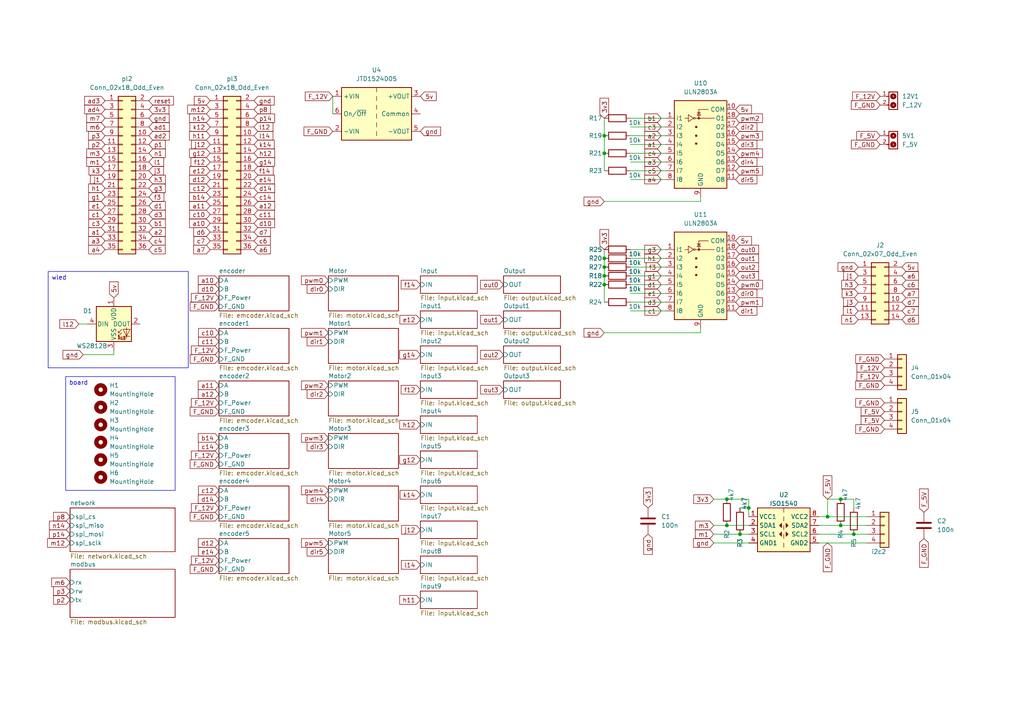
<source format=kicad_sch>
(kicad_sch (version 20250114) (generator "eeschema") (generator_version "9.0")
  (paper "A4")
  (title_block (title "RIO-Octobot") (date "2024-06-27") (rev "0.1"))
  (text_box "board" (at 19.05 109.22 0) (size 31.75 33.02) (margins 0.9525 0.9525 0.9525 0.9525) (effects (font (size 1.27 1.27)) (justify left top)))
  (text_box "wled" (at 13.97 78.74 0) (size 40.64 27.94) (margins 0.9525 0.9525 0.9525 0.9525) (effects (font (size 1.27 1.27)) (justify left top)))
  (junction (at 175.26 82.55))
  (junction (at 175.26 77.47))
  (junction (at 214.63 154.94))
  (junction (at 217.17 147.32))
  (junction (at 175.26 80.01))
  (junction (at 243.84 144.78))
  (junction (at 175.26 74.93))
  (junction (at 210.82 144.78))
  (junction (at 175.26 44.45))
  (junction (at 210.82 152.4))
  (junction (at 240.03 149.86))
  (junction (at 247.65 154.94))
  (junction (at 175.26 39.37))
  (junction (at 243.84 152.4))
  (wire (pts (xy 33.02 102.87) (xy 33.02 101.6)))
  (wire (pts (xy 182.88 77.47) (xy 193.04 77.47)))
  (wire (pts (xy 182.88 34.29) (xy 193.04 34.29)))
  (wire (pts (xy 175.26 58.42) (xy 203.2 58.42)))
  (wire (pts (xy 247.65 147.32) (xy 247.65 144.78)))
  (wire (pts (xy 240.03 149.86) (xy 237.49 149.86)))
  (wire (pts (xy 214.63 154.94) (xy 217.17 154.94)))
  (wire (pts (xy 175.26 74.93) (xy 175.26 77.47)))
  (wire (pts (xy 175.26 82.55) (xy 175.26 87.63)))
  (wire (pts (xy 182.88 52.07) (xy 193.04 52.07)))
  (wire (pts (xy 251.46 157.48) (xy 237.49 157.48)))
  (wire (pts (xy 251.46 154.94) (xy 247.65 154.94)))
  (wire (pts (xy 182.88 41.91) (xy 193.04 41.91)))
  (wire (pts (xy 182.88 82.55) (xy 193.04 82.55)))
  (wire (pts (xy 182.88 80.01) (xy 193.04 80.01)))
  (wire (pts (xy 217.17 144.78) (xy 217.17 147.32)))
  (wire (pts (xy 175.26 39.37) (xy 175.26 44.45)))
  (wire (pts (xy 25.4 93.98) (xy 22.86 93.98)))
  (wire (pts (xy 207.01 144.78) (xy 210.82 144.78)))
  (wire (pts (xy 175.26 72.39) (xy 175.26 74.93)))
  (wire (pts (xy 175.26 34.29) (xy 175.26 39.37)))
  (wire (pts (xy 251.46 152.4) (xy 243.84 152.4)))
  (wire (pts (xy 182.88 85.09) (xy 193.04 85.09)))
  (wire (pts (xy 207.01 154.94) (xy 214.63 154.94)))
  (wire (pts (xy 175.26 80.01) (xy 175.26 82.55)))
  (wire (pts (xy 96.52 27.94) (xy 96.52 33.02)))
  (wire (pts (xy 243.84 152.4) (xy 237.49 152.4)))
  (wire (pts (xy 207.01 152.4) (xy 210.82 152.4)))
  (wire (pts (xy 210.82 152.4) (xy 217.17 152.4)))
  (wire (pts (xy 24.13 102.87) (xy 33.02 102.87)))
  (wire (pts (xy 203.2 58.42) (xy 203.2 57.15)))
  (wire (pts (xy 210.82 144.78) (xy 217.17 144.78)))
  (wire (pts (xy 182.88 74.93) (xy 193.04 74.93)))
  (wire (pts (xy 214.63 147.32) (xy 217.17 147.32)))
  (wire (pts (xy 240.03 144.78) (xy 240.03 149.86)))
  (wire (pts (xy 182.88 44.45) (xy 193.04 44.45)))
  (wire (pts (xy 182.88 90.17) (xy 193.04 90.17)))
  (wire (pts (xy 175.26 96.52) (xy 203.2 96.52)))
  (wire (pts (xy 182.88 36.83) (xy 193.04 36.83)))
  (wire (pts (xy 182.88 72.39) (xy 193.04 72.39)))
  (wire (pts (xy 207.01 157.48) (xy 217.17 157.48)))
  (wire (pts (xy 175.26 77.47) (xy 175.26 80.01)))
  (wire (pts (xy 182.88 46.99) (xy 193.04 46.99)))
  (wire (pts (xy 243.84 144.78) (xy 247.65 144.78)))
  (wire (pts (xy 247.65 154.94) (xy 237.49 154.94)))
  (wire (pts (xy 251.46 149.86) (xy 240.03 149.86)))
  (wire (pts (xy 217.17 147.32) (xy 217.17 149.86)))
  (wire (pts (xy 182.88 49.53) (xy 193.04 49.53)))
  (wire (pts (xy 203.2 96.52) (xy 203.2 95.25)))
  (wire (pts (xy 175.26 44.45) (xy 175.26 49.53)))
  (wire (pts (xy 182.88 87.63) (xy 193.04 87.63)))
  (wire (pts (xy 243.84 144.78) (xy 240.03 144.78)))
  (wire (pts (xy 182.88 39.37) (xy 193.04 39.37)))
  (global_label "g3" (shape input) (at 43.18 54.61 0) (property "Intersheetrefs" "${INTERSHEET_REFS}" (effects (hide yes))))
  (global_label "ad1" (shape input) (at 332.74 85.09 180) (property "Intersheetrefs" "${INTERSHEET_REFS}" (effects (hide yes))))
  (global_label "F_5V" (shape input) (at 256.54 121.92 180) (property "Intersheetrefs" "${INTERSHEET_REFS}" (effects (hide yes))))
  (global_label "h11" (shape input) (at 60.96 39.37 180) (property "Intersheetrefs" "${INTERSHEET_REFS}" (effects (hide yes))))
  (global_label "n14" (shape input) (at 20.32 152.4 180) (property "Intersheetrefs" "${INTERSHEET_REFS}" (effects (hide yes))))
  (global_label "F_12V" (shape input) (at 63.5 147.32 180) (property "Intersheetrefs" "${INTERSHEET_REFS}" (effects (hide yes))))
  (global_label "c6" (shape input) (at 73.66 69.85 0) (property "Intersheetrefs" "${INTERSHEET_REFS}" (effects (hide yes))))
  (global_label "F_12V" (shape input) (at 63.5 86.36 180) (property "Intersheetrefs" "${INTERSHEET_REFS}" (effects (hide yes))))
  (global_label "g12" (shape input) (at 60.96 44.45 180) (property "Intersheetrefs" "${INTERSHEET_REFS}" (effects (hide yes))))
  (global_label "p1" (shape input) (at 43.18 41.91 0) (property "Intersheetrefs" "${INTERSHEET_REFS}" (effects (hide yes))))
  (global_label "d14" (shape input) (at 73.66 54.61 0) (property "Intersheetrefs" "${INTERSHEET_REFS}" (effects (hide yes))))
  (global_label "c12" (shape input) (at 60.96 54.61 180) (property "Intersheetrefs" "${INTERSHEET_REFS}" (effects (hide yes))))
  (global_label "m3" (shape input) (at 207.01 152.4 180) (property "Intersheetrefs" "${INTERSHEET_REFS}" (effects (hide yes))))
  (global_label "f14" (shape input) (at 121.92 82.55 180) (property "Intersheetrefs" "${INTERSHEET_REFS}" (effects (hide yes))))
  (global_label "dir1" (shape input) (at 95.25 99.06 180) (property "Intersheetrefs" "${INTERSHEET_REFS}" (effects (hide yes))))
  (global_label "m6" (shape input) (at 20.32 168.91 180) (property "Intersheetrefs" "${INTERSHEET_REFS}" (effects (hide yes))))
  (global_label "F_GND" (shape input) (at 256.54 104.14 180) (property "Intersheetrefs" "${INTERSHEET_REFS}" (effects (hide yes))))
  (global_label "a1" (shape input) (at 30.48 67.31 180) (property "Intersheetrefs" "${INTERSHEET_REFS}" (effects (hide yes))))
  (global_label "F_12V" (shape input) (at 63.5 132.08 180) (property "Intersheetrefs" "${INTERSHEET_REFS}" (effects (hide yes))))
  (global_label "p1" (shape input) (at 322.58 93.98 180) (property "Intersheetrefs" "${INTERSHEET_REFS}" (effects (hide yes))))
  (global_label "a11" (shape input) (at 60.96 59.69 180) (property "Intersheetrefs" "${INTERSHEET_REFS}" (effects (hide yes))))
  (global_label "e12" (shape input) (at 121.92 92.71 180) (property "Intersheetrefs" "${INTERSHEET_REFS}" (effects (hide yes))))
  (global_label "k14" (shape input) (at 73.66 41.91 0) (property "Intersheetrefs" "${INTERSHEET_REFS}" (effects (hide yes))))
  (global_label "d3" (shape input) (at 43.18 62.23 0) (property "Intersheetrefs" "${INTERSHEET_REFS}" (effects (hide yes))))
  (global_label "F_5V" (shape input) (at 267.97 148.59 90) (property "Intersheetrefs" "${INTERSHEET_REFS}" (effects (hide yes))))
  (global_label "d1" (shape input) (at 191.77 82.55 180) (property "Intersheetrefs" "${INTERSHEET_REFS}" (effects (hide yes))))
  (global_label "f12" (shape input) (at 121.92 113.03 180) (property "Intersheetrefs" "${INTERSHEET_REFS}" (effects (hide yes))))
  (global_label "a10" (shape input) (at 60.96 64.77 180) (property "Intersheetrefs" "${INTERSHEET_REFS}" (effects (hide yes))))
  (global_label "F_GND" (shape input) (at 63.5 149.86 180) (property "Intersheetrefs" "${INTERSHEET_REFS}" (effects (hide yes))))
  (global_label "dir5" (shape input) (at 213.36 52.07 0) (property "Intersheetrefs" "${INTERSHEET_REFS}" (effects (hide yes))))
  (global_label "F_12V" (shape input) (at 63.5 101.6 180) (property "Intersheetrefs" "${INTERSHEET_REFS}" (effects (hide yes))))
  (global_label "5v" (shape input) (at 33.02 86.36 90) (property "Intersheetrefs" "${INTERSHEET_REFS}" (effects (hide yes))))
  (global_label "m1" (shape input) (at 207.01 154.94 180) (property "Intersheetrefs" "${INTERSHEET_REFS}" (effects (hide yes))))
  (global_label "c6" (shape input) (at 261.62 82.55 0) (property "Intersheetrefs" "${INTERSHEET_REFS}" (effects (hide yes))))
  (global_label "k14" (shape input) (at 121.92 143.51 180) (property "Intersheetrefs" "${INTERSHEET_REFS}" (effects (hide yes))))
  (global_label "j1" (shape input) (at 30.48 52.07 180) (property "Intersheetrefs" "${INTERSHEET_REFS}" (effects (hide yes))))
  (global_label "F_GND" (shape input) (at 96.52 38.1 180) (property "Intersheetrefs" "${INTERSHEET_REFS}" (effects (hide yes))))
  (global_label "a11" (shape input) (at 63.5 111.76 180) (property "Intersheetrefs" "${INTERSHEET_REFS}" (effects (hide yes))))
  (global_label "dir5" (shape input) (at 95.25 160.02 180) (property "Intersheetrefs" "${INTERSHEET_REFS}" (effects (hide yes))))
  (global_label "j3" (shape input) (at 248.92 87.63 180) (property "Intersheetrefs" "${INTERSHEET_REFS}" (effects (hide yes))))
  (global_label "c11" (shape input) (at 73.66 62.23 0) (property "Intersheetrefs" "${INTERSHEET_REFS}" (effects (hide yes))))
  (global_label "b14" (shape input) (at 60.96 57.15 180) (property "Intersheetrefs" "${INTERSHEET_REFS}" (effects (hide yes))))
  (global_label "e1" (shape input) (at 30.48 59.69 180) (property "Intersheetrefs" "${INTERSHEET_REFS}" (effects (hide yes))))
  (global_label "j12" (shape input) (at 60.96 41.91 180) (property "Intersheetrefs" "${INTERSHEET_REFS}" (effects (hide yes))))
  (global_label "pwm1" (shape input) (at 213.36 87.63 0) (property "Intersheetrefs" "${INTERSHEET_REFS}" (effects (hide yes))))
  (global_label "c1" (shape input) (at 191.77 90.17 180) (property "Intersheetrefs" "${INTERSHEET_REFS}" (effects (hide yes))))
  (global_label "ad3" (shape input) (at 320.04 77.47 180) (property "Intersheetrefs" "${INTERSHEET_REFS}" (effects (hide yes))))
  (global_label "dir2" (shape input) (at 95.25 114.3 180) (property "Intersheetrefs" "${INTERSHEET_REFS}" (effects (hide yes))))
  (global_label "e14" (shape input) (at 63.5 160.02 180) (property "Intersheetrefs" "${INTERSHEET_REFS}" (effects (hide yes))))
  (global_label "d10" (shape input) (at 73.66 64.77 0) (property "Intersheetrefs" "${INTERSHEET_REFS}" (effects (hide yes))))
  (global_label "dir2" (shape input) (at 213.36 36.83 0) (property "Intersheetrefs" "${INTERSHEET_REFS}" (effects (hide yes))))
  (global_label "c7" (shape input) (at 261.62 90.17 0) (property "Intersheetrefs" "${INTERSHEET_REFS}" (effects (hide yes))))
  (global_label "out3" (shape input) (at 146.05 113.03 180) (property "Intersheetrefs" "${INTERSHEET_REFS}" (effects (hide yes))))
  (global_label "c7" (shape input) (at 60.96 69.85 180) (property "Intersheetrefs" "${INTERSHEET_REFS}" (effects (hide yes))))
  (global_label "c5" (shape input) (at 191.77 49.53 180) (property "Intersheetrefs" "${INTERSHEET_REFS}" (effects (hide yes))))
  (global_label "F_5V" (shape input) (at 256.54 119.38 180) (property "Intersheetrefs" "${INTERSHEET_REFS}" (effects (hide yes))))
  (global_label "b1" (shape input) (at 43.18 64.77 0) (property "Intersheetrefs" "${INTERSHEET_REFS}" (effects (hide yes))))
  (global_label "l1" (shape input) (at 248.92 90.17 180) (property "Intersheetrefs" "${INTERSHEET_REFS}" (effects (hide yes))))
  (global_label "f3" (shape input) (at 43.18 57.15 0) (property "Intersheetrefs" "${INTERSHEET_REFS}" (effects (hide yes))))
  (global_label "dir4" (shape input) (at 95.25 144.78 180) (property "Intersheetrefs" "${INTERSHEET_REFS}" (effects (hide yes))))
  (global_label "5v" (shape input) (at 121.92 27.94 0) (property "Intersheetrefs" "${INTERSHEET_REFS}" (effects (hide yes))))
  (global_label "k3" (shape input) (at 30.48 49.53 180) (property "Intersheetrefs" "${INTERSHEET_REFS}" (effects (hide yes))))
  (global_label "F_GND" (shape input) (at 63.5 88.9 180) (property "Intersheetrefs" "${INTERSHEET_REFS}" (effects (hide yes))))
  (global_label "h12" (shape input) (at 121.92 123.19 180) (property "Intersheetrefs" "${INTERSHEET_REFS}" (effects (hide yes))))
  (global_label "m7" (shape input) (at 30.48 34.29 180) (property "Intersheetrefs" "${INTERSHEET_REFS}" (effects (hide yes))))
  (global_label "5v" (shape input) (at 336.55 59.69 180) (property "Intersheetrefs" "${INTERSHEET_REFS}" (effects (hide yes))))
  (global_label "5v" (shape input) (at 213.36 69.85 0) (property "Intersheetrefs" "${INTERSHEET_REFS}" (effects (hide yes))))
  (global_label "c11" (shape input) (at 63.5 99.06 180) (property "Intersheetrefs" "${INTERSHEET_REFS}" (effects (hide yes))))
  (global_label "l12" (shape input) (at 22.86 93.98 180) (property "Intersheetrefs" "${INTERSHEET_REFS}" (effects (hide yes))))
  (global_label "gnd" (shape input) (at 248.92 77.47 180) (property "Intersheetrefs" "${INTERSHEET_REFS}" (effects (hide yes))))
  (global_label "b1" (shape input) (at 191.77 34.29 180) (property "Intersheetrefs" "${INTERSHEET_REFS}" (effects (hide yes))))
  (global_label "k12" (shape input) (at 322.58 91.44 180) (property "Intersheetrefs" "${INTERSHEET_REFS}" (effects (hide yes))))
  (global_label "pwm5" (shape input) (at 213.36 49.53 0) (property "Intersheetrefs" "${INTERSHEET_REFS}" (effects (hide yes))))
  (global_label "pwm4" (shape input) (at 95.25 142.24 180) (property "Intersheetrefs" "${INTERSHEET_REFS}" (effects (hide yes))))
  (global_label "c12" (shape input) (at 63.5 142.24 180) (property "Intersheetrefs" "${INTERSHEET_REFS}" (effects (hide yes))))
  (global_label "c5" (shape input) (at 43.18 72.39 0) (property "Intersheetrefs" "${INTERSHEET_REFS}" (effects (hide yes))))
  (global_label "a12" (shape input) (at 63.5 114.3 180) (property "Intersheetrefs" "${INTERSHEET_REFS}" (effects (hide yes))))
  (global_label "ad4" (shape input) (at 30.48 31.75 180) (property "Intersheetrefs" "${INTERSHEET_REFS}" (effects (hide yes))))
  (global_label "p14" (shape input) (at 73.66 34.29 0) (property "Intersheetrefs" "${INTERSHEET_REFS}" (effects (hide yes))))
  (global_label "a10" (shape input) (at 63.5 81.28 180) (property "Intersheetrefs" "${INTERSHEET_REFS}" (effects (hide yes))))
  (global_label "k3" (shape input) (at 248.92 85.09 180) (property "Intersheetrefs" "${INTERSHEET_REFS}" (effects (hide yes))))
  (global_label "gnd" (shape input) (at 73.66 29.21 0) (property "Intersheetrefs" "${INTERSHEET_REFS}" (effects (hide yes))))
  (global_label "F_GND" (shape input) (at 256.54 124.46 180) (property "Intersheetrefs" "${INTERSHEET_REFS}" (effects (hide yes))))
  (global_label "p8" (shape input) (at 73.66 31.75 0) (property "Intersheetrefs" "${INTERSHEET_REFS}" (effects (hide yes))))
  (global_label "m12" (shape input) (at 20.32 157.48 180) (property "Intersheetrefs" "${INTERSHEET_REFS}" (effects (hide yes))))
  (global_label "F_5V" (shape input) (at 255.27 39.37 180) (property "Intersheetrefs" "${INTERSHEET_REFS}" (effects (hide yes))))
  (global_label "F_GND" (shape input) (at 63.5 165.1 180) (property "Intersheetrefs" "${INTERSHEET_REFS}" (effects (hide yes))))
  (global_label "a3" (shape input) (at 191.77 46.99 180) (property "Intersheetrefs" "${INTERSHEET_REFS}" (effects (hide yes))))
  (global_label "out3" (shape input) (at 213.36 80.01 0) (property "Intersheetrefs" "${INTERSHEET_REFS}" (effects (hide yes))))
  (global_label "d6" (shape input) (at 60.96 67.31 180) (property "Intersheetrefs" "${INTERSHEET_REFS}" (effects (hide yes))))
  (global_label "g14" (shape input) (at 73.66 46.99 0) (property "Intersheetrefs" "${INTERSHEET_REFS}" (effects (hide yes))))
  (global_label "j3" (shape input) (at 43.18 49.53 0) (property "Intersheetrefs" "${INTERSHEET_REFS}" (effects (hide yes))))
  (global_label "p2" (shape input) (at 30.48 41.91 180) (property "Intersheetrefs" "${INTERSHEET_REFS}" (effects (hide yes))))
  (global_label "reset" (shape input) (at 332.74 77.47 180) (property "Intersheetrefs" "${INTERSHEET_REFS}" (effects (hide yes))))
  (global_label "pwm2" (shape input) (at 213.36 34.29 0) (property "Intersheetrefs" "${INTERSHEET_REFS}" (effects (hide yes))))
  (global_label "ad2" (shape input) (at 43.18 39.37 0) (property "Intersheetrefs" "${INTERSHEET_REFS}" (effects (hide yes))))
  (global_label "d6" (shape input) (at 261.62 92.71 0) (property "Intersheetrefs" "${INTERSHEET_REFS}" (effects (hide yes))))
  (global_label "g12" (shape input) (at 121.92 133.35 180) (property "Intersheetrefs" "${INTERSHEET_REFS}" (effects (hide yes))))
  (global_label "p3" (shape input) (at 30.48 39.37 180) (property "Intersheetrefs" "${INTERSHEET_REFS}" (effects (hide yes))))
  (global_label "d3" (shape input) (at 191.77 87.63 180) (property "Intersheetrefs" "${INTERSHEET_REFS}" (effects (hide yes))))
  (global_label "k12" (shape input) (at 60.96 36.83 180) (property "Intersheetrefs" "${INTERSHEET_REFS}" (effects (hide yes))))
  (global_label "F_12V" (shape input) (at 63.5 162.56 180) (property "Intersheetrefs" "${INTERSHEET_REFS}" (effects (hide yes))))
  (global_label "3v3" (shape input) (at 43.18 31.75 0) (property "Intersheetrefs" "${INTERSHEET_REFS}" (effects (hide yes))))
  (global_label "b14" (shape input) (at 63.5 127 180) (property "Intersheetrefs" "${INTERSHEET_REFS}" (effects (hide yes))))
  (global_label "F_12V" (shape input) (at 256.54 109.22 180) (property "Intersheetrefs" "${INTERSHEET_REFS}" (effects (hide yes))))
  (global_label "ad2" (shape input) (at 332.74 87.63 180) (property "Intersheetrefs" "${INTERSHEET_REFS}" (effects (hide yes))))
  (global_label "h11" (shape input) (at 121.92 173.99 180) (property "Intersheetrefs" "${INTERSHEET_REFS}" (effects (hide yes))))
  (global_label "p3" (shape input) (at 20.32 171.45 180) (property "Intersheetrefs" "${INTERSHEET_REFS}" (effects (hide yes))))
  (global_label "pwm0" (shape input) (at 213.36 82.55 0) (property "Intersheetrefs" "${INTERSHEET_REFS}" (effects (hide yes))))
  (global_label "F_GND" (shape input) (at 256.54 111.76 180) (property "Intersheetrefs" "${INTERSHEET_REFS}" (effects (hide yes))))
  (global_label "3v3" (shape input) (at 175.26 72.39 90) (property "Intersheetrefs" "${INTERSHEET_REFS}" (effects (hide yes))))
  (global_label "a7" (shape input) (at 261.62 85.09 0) (property "Intersheetrefs" "${INTERSHEET_REFS}" (effects (hide yes))))
  (global_label "dir0" (shape input) (at 213.36 85.09 0) (property "Intersheetrefs" "${INTERSHEET_REFS}" (effects (hide yes))))
  (global_label "gnd" (shape input) (at 187.96 154.94 270) (property "Intersheetrefs" "${INTERSHEET_REFS}" (effects (hide yes))))
  (global_label "gnd" (shape input) (at 24.13 102.87 180) (property "Intersheetrefs" "${INTERSHEET_REFS}" (effects (hide yes))))
  (global_label "l12" (shape input) (at 73.66 36.83 0) (property "Intersheetrefs" "${INTERSHEET_REFS}" (effects (hide yes))))
  (global_label "h12" (shape input) (at 73.66 44.45 0) (property "Intersheetrefs" "${INTERSHEET_REFS}" (effects (hide yes))))
  (global_label "g3" (shape input) (at 191.77 72.39 180) (property "Intersheetrefs" "${INTERSHEET_REFS}" (effects (hide yes))))
  (global_label "p14" (shape input) (at 20.32 154.94 180) (property "Intersheetrefs" "${INTERSHEET_REFS}" (effects (hide yes))))
  (global_label "out1" (shape input) (at 146.05 92.71 180) (property "Intersheetrefs" "${INTERSHEET_REFS}" (effects (hide yes))))
  (global_label "m3" (shape input) (at 30.48 44.45 180) (property "Intersheetrefs" "${INTERSHEET_REFS}" (effects (hide yes))))
  (global_label "F_GND" (shape input) (at 256.54 116.84 180) (property "Intersheetrefs" "${INTERSHEET_REFS}" (effects (hide yes))))
  (global_label "a2" (shape input) (at 191.77 39.37 180) (property "Intersheetrefs" "${INTERSHEET_REFS}" (effects (hide yes))))
  (global_label "h1" (shape input) (at 30.48 54.61 180) (property "Intersheetrefs" "${INTERSHEET_REFS}" (effects (hide yes))))
  (global_label "gnd" (shape input) (at 207.01 157.48 180) (property "Intersheetrefs" "${INTERSHEET_REFS}" (effects (hide yes))))
  (global_label "n1" (shape input) (at 248.92 92.71 180) (property "Intersheetrefs" "${INTERSHEET_REFS}" (effects (hide yes))))
  (global_label "gnd" (shape input) (at 43.18 34.29 0) (property "Intersheetrefs" "${INTERSHEET_REFS}" (effects (hide yes))))
  (global_label "a7" (shape input) (at 60.96 72.39 180) (property "Intersheetrefs" "${INTERSHEET_REFS}" (effects (hide yes))))
  (global_label "pwm3" (shape input) (at 95.25 127 180) (property "Intersheetrefs" "${INTERSHEET_REFS}" (effects (hide yes))))
  (global_label "out0" (shape input) (at 146.05 82.55 180) (property "Intersheetrefs" "${INTERSHEET_REFS}" (effects (hide yes))))
  (global_label "F_12V" (shape input) (at 256.54 106.68 180) (property "Intersheetrefs" "${INTERSHEET_REFS}" (effects (hide yes))))
  (global_label "F_12V" (shape input) (at 63.5 116.84 180) (property "Intersheetrefs" "${INTERSHEET_REFS}" (effects (hide yes))))
  (global_label "h1" (shape input) (at 191.77 74.93 180) (property "Intersheetrefs" "${INTERSHEET_REFS}" (effects (hide yes))))
  (global_label "out0" (shape input) (at 213.36 72.39 0) (property "Intersheetrefs" "${INTERSHEET_REFS}" (effects (hide yes))))
  (global_label "p8" (shape input) (at 20.32 149.86 180) (property "Intersheetrefs" "${INTERSHEET_REFS}" (effects (hide yes))))
  (global_label "m12" (shape input) (at 60.96 31.75 180) (property "Intersheetrefs" "${INTERSHEET_REFS}" (effects (hide yes))))
  (global_label "c3" (shape input) (at 30.48 64.77 180) (property "Intersheetrefs" "${INTERSHEET_REFS}" (effects (hide yes))))
  (global_label "n1" (shape input) (at 43.18 44.45 0) (property "Intersheetrefs" "${INTERSHEET_REFS}" (effects (hide yes))))
  (global_label "F_5V" (shape input) (at 240.03 144.78 90) (property "Intersheetrefs" "${INTERSHEET_REFS}" (effects (hide yes))))
  (global_label "ad1" (shape input) (at 43.18 36.83 0) (property "Intersheetrefs" "${INTERSHEET_REFS}" (effects (hide yes))))
  (global_label "F_GND" (shape input) (at 63.5 119.38 180) (property "Intersheetrefs" "${INTERSHEET_REFS}" (effects (hide yes))))
  (global_label "5v" (shape input) (at 60.96 29.21 180) (property "Intersheetrefs" "${INTERSHEET_REFS}" (effects (hide yes))))
  (global_label "d12" (shape input) (at 60.96 52.07 180) (property "Intersheetrefs" "${INTERSHEET_REFS}" (effects (hide yes))))
  (global_label "3v3" (shape input) (at 175.26 34.29 90) (property "Intersheetrefs" "${INTERSHEET_REFS}" (effects (hide yes))))
  (global_label "dir0" (shape input) (at 95.25 83.82 180) (property "Intersheetrefs" "${INTERSHEET_REFS}" (effects (hide yes))))
  (global_label "l14" (shape input) (at 73.66 39.37 0) (property "Intersheetrefs" "${INTERSHEET_REFS}" (effects (hide yes))))
  (global_label "out1" (shape input) (at 213.36 74.93 0) (property "Intersheetrefs" "${INTERSHEET_REFS}" (effects (hide yes))))
  (global_label "c4" (shape input) (at 43.18 69.85 0) (property "Intersheetrefs" "${INTERSHEET_REFS}" (effects (hide yes))))
  (global_label "out2" (shape input) (at 146.05 102.87 180) (property "Intersheetrefs" "${INTERSHEET_REFS}" (effects (hide yes))))
  (global_label "l1" (shape input) (at 43.18 46.99 0) (property "Intersheetrefs" "${INTERSHEET_REFS}" (effects (hide yes))))
  (global_label "a6" (shape input) (at 73.66 72.39 0) (property "Intersheetrefs" "${INTERSHEET_REFS}" (effects (hide yes))))
  (global_label "5v" (shape input) (at 213.36 31.75 0) (property "Intersheetrefs" "${INTERSHEET_REFS}" (effects (hide yes))))
  (global_label "pwm5" (shape input) (at 95.25 157.48 180) (property "Intersheetrefs" "${INTERSHEET_REFS}" (effects (hide yes))))
  (global_label "F_GND" (shape input) (at 267.97 156.21 270) (property "Intersheetrefs" "${INTERSHEET_REFS}" (effects (hide yes))))
  (global_label "dir3" (shape input) (at 213.36 41.91 0) (property "Intersheetrefs" "${INTERSHEET_REFS}" (effects (hide yes))))
  (global_label "d12" (shape input) (at 63.5 157.48 180) (property "Intersheetrefs" "${INTERSHEET_REFS}" (effects (hide yes))))
  (global_label "c14" (shape input) (at 63.5 129.54 180) (property "Intersheetrefs" "${INTERSHEET_REFS}" (effects (hide yes))))
  (global_label "a4" (shape input) (at 191.77 52.07 180) (property "Intersheetrefs" "${INTERSHEET_REFS}" (effects (hide yes))))
  (global_label "gnd" (shape input) (at 175.26 96.52 180) (property "Intersheetrefs" "${INTERSHEET_REFS}" (effects (hide yes))))
  (global_label "f3" (shape input) (at 191.77 77.47 180) (property "Intersheetrefs" "${INTERSHEET_REFS}" (effects (hide yes))))
  (global_label "gnd" (shape input) (at 332.74 82.55 180) (property "Intersheetrefs" "${INTERSHEET_REFS}" (effects (hide yes))))
  (global_label "dir1" (shape input) (at 213.36 90.17 0) (property "Intersheetrefs" "${INTERSHEET_REFS}" (effects (hide yes))))
  (global_label "pwm2" (shape input) (at 95.25 111.76 180) (property "Intersheetrefs" "${INTERSHEET_REFS}" (effects (hide yes))))
  (global_label "F_GND" (shape input) (at 63.5 134.62 180) (property "Intersheetrefs" "${INTERSHEET_REFS}" (effects (hide yes))))
  (global_label "F_GND" (shape input) (at 255.27 30.48 180) (property "Intersheetrefs" "${INTERSHEET_REFS}" (effects (hide yes))))
  (global_label "F_GND" (shape input) (at 240.03 157.48 270) (property "Intersheetrefs" "${INTERSHEET_REFS}" (effects (hide yes))))
  (global_label "out2" (shape input) (at 213.36 77.47 0) (property "Intersheetrefs" "${INTERSHEET_REFS}" (effects (hide yes))))
  (global_label "c10" (shape input) (at 60.96 62.23 180) (property "Intersheetrefs" "${INTERSHEET_REFS}" (effects (hide yes))))
  (global_label "f12" (shape input) (at 60.96 46.99 180) (property "Intersheetrefs" "${INTERSHEET_REFS}" (effects (hide yes))))
  (global_label "F_GND" (shape input) (at 255.27 41.91 180) (property "Intersheetrefs" "${INTERSHEET_REFS}" (effects (hide yes))))
  (global_label "ad4" (shape input) (at 320.04 80.01 180) (property "Intersheetrefs" "${INTERSHEET_REFS}" (effects (hide yes))))
  (global_label "n14" (shape input) (at 60.96 34.29 180) (property "Intersheetrefs" "${INTERSHEET_REFS}" (effects (hide yes))))
  (global_label "dir3" (shape input) (at 95.25 129.54 180) (property "Intersheetrefs" "${INTERSHEET_REFS}" (effects (hide yes))))
  (global_label "d10" (shape input) (at 63.5 83.82 180) (property "Intersheetrefs" "${INTERSHEET_REFS}" (effects (hide yes))))
  (global_label "c3" (shape input) (at 191.77 36.83 180) (property "Intersheetrefs" "${INTERSHEET_REFS}" (effects (hide yes))))
  (global_label "F_GND" (shape input) (at 63.5 104.14 180) (property "Intersheetrefs" "${INTERSHEET_REFS}" (effects (hide yes))))
  (global_label "3v3" (shape input) (at 207.01 144.78 180) (property "Intersheetrefs" "${INTERSHEET_REFS}" (effects (hide yes))))
  (global_label "h3" (shape input) (at 43.18 52.07 0) (property "Intersheetrefs" "${INTERSHEET_REFS}" (effects (hide yes))))
  (global_label "e12" (shape input) (at 60.96 49.53 180) (property "Intersheetrefs" "${INTERSHEET_REFS}" (effects (hide yes))))
  (global_label "reset" (shape input) (at 43.18 29.21 0) (property "Intersheetrefs" "${INTERSHEET_REFS}" (effects (hide yes))))
  (global_label "a1" (shape input) (at 191.77 41.91 180) (property "Intersheetrefs" "${INTERSHEET_REFS}" (effects (hide yes))))
  (global_label "j12" (shape input) (at 121.92 153.67 180) (property "Intersheetrefs" "${INTERSHEET_REFS}" (effects (hide yes))))
  (global_label "a2" (shape input) (at 43.18 67.31 0) (property "Intersheetrefs" "${INTERSHEET_REFS}" (effects (hide yes))))
  (global_label "a12" (shape input) (at 73.66 59.69 0) (property "Intersheetrefs" "${INTERSHEET_REFS}" (effects (hide yes))))
  (global_label "j1" (shape input) (at 248.92 80.01 180) (property "Intersheetrefs" "${INTERSHEET_REFS}" (effects (hide yes))))
  (global_label "l14" (shape input) (at 121.92 163.83 180) (property "Intersheetrefs" "${INTERSHEET_REFS}" (effects (hide yes))))
  (global_label "d7" (shape input) (at 261.62 87.63 0) (property "Intersheetrefs" "${INTERSHEET_REFS}" (effects (hide yes))))
  (global_label "m1" (shape input) (at 30.48 46.99 180) (property "Intersheetrefs" "${INTERSHEET_REFS}" (effects (hide yes))))
  (global_label "pwm4" (shape input) (at 213.36 44.45 0) (property "Intersheetrefs" "${INTERSHEET_REFS}" (effects (hide yes))))
  (global_label "d1" (shape input) (at 43.18 59.69 0) (property "Intersheetrefs" "${INTERSHEET_REFS}" (effects (hide yes))))
  (global_label "c4" (shape input) (at 191.77 44.45 180) (property "Intersheetrefs" "${INTERSHEET_REFS}" (effects (hide yes))))
  (global_label "m6" (shape input) (at 30.48 36.83 180) (property "Intersheetrefs" "${INTERSHEET_REFS}" (effects (hide yes))))
  (global_label "gnd" (shape input) (at 175.26 58.42 180) (property "Intersheetrefs" "${INTERSHEET_REFS}" (effects (hide yes))))
  (global_label "pwm1" (shape input) (at 95.25 96.52 180) (property "Intersheetrefs" "${INTERSHEET_REFS}" (effects (hide yes))))
  (global_label "F_12V" (shape input) (at 255.27 27.94 180) (property "Intersheetrefs" "${INTERSHEET_REFS}" (effects (hide yes))))
  (global_label "F_12V" (shape input) (at 96.52 27.94 180) (property "Intersheetrefs" "${INTERSHEET_REFS}" (effects (hide yes))))
  (global_label "a6" (shape input) (at 261.62 80.01 0) (property "Intersheetrefs" "${INTERSHEET_REFS}" (effects (hide yes))))
  (global_label "g1" (shape input) (at 30.48 57.15 180) (property "Intersheetrefs" "${INTERSHEET_REFS}" (effects (hide yes))))
  (global_label "d7" (shape input) (at 73.66 67.31 0) (property "Intersheetrefs" "${INTERSHEET_REFS}" (effects (hide yes))))
  (global_label "f14" (shape input) (at 73.66 49.53 0) (property "Intersheetrefs" "${INTERSHEET_REFS}" (effects (hide yes))))
  (global_label "e14" (shape input) (at 73.66 52.07 0) (property "Intersheetrefs" "${INTERSHEET_REFS}" (effects (hide yes))))
  (global_label "c1" (shape input) (at 30.48 62.23 180) (property "Intersheetrefs" "${INTERSHEET_REFS}" (effects (hide yes))))
  (global_label "m7" (shape input) (at 322.58 96.52 180) (property "Intersheetrefs" "${INTERSHEET_REFS}" (effects (hide yes))))
  (global_label "gnd" (shape input) (at 121.92 38.1 0) (property "Intersheetrefs" "${INTERSHEET_REFS}" (effects (hide yes))))
  (global_label "3v3" (shape input) (at 332.74 80.01 180) (property "Intersheetrefs" "${INTERSHEET_REFS}" (effects (hide yes))))
  (global_label "5v" (shape input) (at 261.62 77.47 0) (property "Intersheetrefs" "${INTERSHEET_REFS}" (effects (hide yes))))
  (global_label "3v3" (shape input) (at 187.96 147.32 90) (property "Intersheetrefs" "${INTERSHEET_REFS}" (effects (hide yes))))
  (global_label "d14" (shape input) (at 63.5 144.78 180) (property "Intersheetrefs" "${INTERSHEET_REFS}" (effects (hide yes))))
  (global_label "h3" (shape input) (at 248.92 82.55 180) (property "Intersheetrefs" "${INTERSHEET_REFS}" (effects (hide yes))))
  (global_label "ad3" (shape input) (at 30.48 29.21 180) (property "Intersheetrefs" "${INTERSHEET_REFS}" (effects (hide yes))))
  (global_label "dir4" (shape input) (at 213.36 46.99 0) (property "Intersheetrefs" "${INTERSHEET_REFS}" (effects (hide yes))))
  (global_label "c10" (shape input) (at 63.5 96.52 180) (property "Intersheetrefs" "${INTERSHEET_REFS}" (effects (hide yes))))
  (global_label "p2" (shape input) (at 20.32 173.99 180) (property "Intersheetrefs" "${INTERSHEET_REFS}" (effects (hide yes))))
  (global_label "a4" (shape input) (at 30.48 72.39 180) (property "Intersheetrefs" "${INTERSHEET_REFS}" (effects (hide yes))))
  (global_label "g1" (shape input) (at 191.77 80.01 180) (property "Intersheetrefs" "${INTERSHEET_REFS}" (effects (hide yes))))
  (global_label "a3" (shape input) (at 30.48 69.85 180) (property "Intersheetrefs" "${INTERSHEET_REFS}" (effects (hide yes))))
  (global_label "e1" (shape input) (at 191.77 85.09 180) (property "Intersheetrefs" "${INTERSHEET_REFS}" (effects (hide yes))))
  (global_label "c14" (shape input) (at 73.66 57.15 0) (property "Intersheetrefs" "${INTERSHEET_REFS}" (effects (hide yes))))
  (global_label "g14" (shape input) (at 121.92 102.87 180) (property "Intersheetrefs" "${INTERSHEET_REFS}" (effects (hide yes))))
  (global_label "pwm0" (shape input) (at 95.25 81.28 180) (property "Intersheetrefs" "${INTERSHEET_REFS}" (effects (hide yes))))
  (global_label "pwm3" (shape input) (at 213.36 39.37 0) (property "Intersheetrefs" "${INTERSHEET_REFS}" (effects (hide yes))))
  (global_label "gnd" (shape input) (at 349.25 59.69 180) (property "Intersheetrefs" "${INTERSHEET_REFS}" (effects (hide yes))))
  (symbol (lib_id "Device:R") (at 214.63 151.13 180) (unit 1)
    (property "Reference" "R3" (at 214.63 157.48 90))
    (property "Value" "4k7" (at 215.9 146.05 90))
    (property "Footprint" "Resistor_SMD:R_0805_2012Metric_Pad1.20x1.40mm_HandSolder" (effects (hide yes)))
  )
  (symbol (lib_id "Device:R") (at 179.07 44.45 90) (unit 1)
    (property "Reference" "R21" (at 172.72 44.45 90))
    (property "Value" "10k" (at 184.15 45.72 90))
    (property "Footprint" "Resistor_SMD:R_1206_3216Metric" (effects (hide yes)))
  )
  (symbol (lib_id "Isolator:ISO1540") (at 227.33 152.4 0) (unit 1)
    (property "Reference" "U2" (at 227.33 143.51 0))
    (property "Value" "ISO1540" (at 227.33 146.05 0))
    (property "Footprint" "Package_SO:SOIC-8_3.9x4.9mm_P1.27mm" (effects (hide yes)))
    (property "Datasheet" "http://www.ti.com/lit/ds/symlink/iso1541.pdf" (effects (hide yes)))
    (property "Description" "I2C Isolator, 2.5 kVrms, Bidirectional clock and data, SOIC-8" (effects (hide yes)))
  )
  (symbol (lib_id "Mechanical:MountingHole") (at 29.21 123.19 0) (unit 1)
    (property "Reference" "H3" (at 31.75 121.92 0) (effects (justify left)))
    (property "Value" "MountingHole" (at 31.75 124.46 0) (effects (justify left)))
    (property "Footprint" "MountingHole:MountingHole_3.2mm_M3_DIN965_Pad_TopBottom" (effects (hide yes)))
  )
  (symbol (lib_id "Device:R") (at 179.07 49.53 90) (unit 1)
    (property "Reference" "R23" (at 172.72 49.53 90))
    (property "Value" "10k" (at 184.15 50.8 90))
    (property "Footprint" "Resistor_SMD:R_1206_3216Metric" (effects (hide yes)))
  )
  (symbol (lib_id "Device:R") (at 210.82 148.59 180) (unit 1)
    (property "Reference" "R2" (at 210.82 154.94 90))
    (property "Value" "4k7" (at 212.09 143.51 90))
    (property "Footprint" "Resistor_SMD:R_0805_2012Metric_Pad1.20x1.40mm_HandSolder" (effects (hide yes)))
  )
  (symbol (lib_id "Mechanical:MountingHole") (at 29.21 128.27 0) (unit 1)
    (property "Reference" "H4" (at 31.75 127 0) (effects (justify left)))
    (property "Value" "MountingHole" (at 31.75 129.54 0) (effects (justify left)))
    (property "Footprint" "MountingHole:MountingHole_3.2mm_M3_DIN965_Pad_TopBottom" (effects (hide yes)))
  )
  (symbol (lib_id "Connector_Generic:Conn_01x04") (at 261.62 106.68 0) (unit 1)
    (property "Reference" "J4" (at 264.16 106.6799 0) (effects (justify left)))
    (property "Value" "Conn_01x04" (at 264.16 109.2199 0) (effects (justify left)))
    (property "Footprint" "Connector_PinHeader_2.54mm:PinHeader_1x04_P2.54mm_Vertical" (effects (hide yes)))
    (property "Description" "Generic connector, single row, 01x04, script generated (kicad-library-utils/schlib/autogen/connector/)" (effects (hide yes)))
  )
  (symbol (lib_id "Transistor_Array:ULN2803A") (at 203.2 77.47 0) (unit 1)
    (property "Reference" "U11" (at 203.2 62.23 0))
    (property "Value" "ULN2803A" (at 203.2 64.77 0))
    (property "Footprint" "Package_SO:SOIC-18W_7.5x11.6mm_P1.27mm" (effects (hide yes)))
    (property "Datasheet" "http://www.ti.com/lit/ds/symlink/uln2803a.pdf" (effects (hide yes)))
  )
  (symbol (lib_id "Mechanical:MountingHole") (at 29.21 133.35 0) (unit 1)
    (property "Reference" "H5" (at 31.75 132.08 0) (effects (justify left)))
    (property "Value" "MountingHole" (at 31.75 134.62 0) (effects (justify left)))
    (property "Footprint" "MountingHole:MountingHole_3.2mm_M3_DIN965_Pad_TopBottom" (effects (hide yes)))
  )
  (symbol (lib_id "Device:C") (at 187.96 151.13 0) (unit 1)
    (property "Reference" "C1" (at 191.77 149.86 0) (effects (justify left)))
    (property "Value" "100n" (at 191.77 152.4 0) (effects (justify left)))
    (property "Footprint" "Resistor_SMD:R_0805_2012Metric_Pad1.20x1.40mm_HandSolder" (effects (hide yes)))
  )
  (symbol (lib_id "Device:R") (at 179.07 80.01 90) (unit 1)
    (property "Reference" "R18" (at 172.72 80.01 90))
    (property "Value" "10k" (at 184.15 81.28 90))
    (property "Footprint" "Resistor_SMD:R_1206_3216Metric" (effects (hide yes)))
  )
  (symbol (lib_id "Mechanical:MountingHole") (at 29.21 118.11 0) (unit 1)
    (property "Reference" "H2" (at 31.75 116.84 0) (effects (justify left)))
    (property "Value" "MountingHole" (at 31.75 119.38 0) (effects (justify left)))
    (property "Footprint" "MountingHole:MountingHole_3.2mm_M3_DIN965_Pad_TopBottom" (effects (hide yes)))
  )
  (symbol (lib_id "Device:R") (at 179.07 87.63 90) (unit 1)
    (property "Reference" "R24" (at 172.72 87.63 90))
    (property "Value" "10k" (at 184.15 88.9 90))
    (property "Footprint" "Resistor_SMD:R_1206_3216Metric" (effects (hide yes)))
  )
  (symbol (lib_id "Device:R") (at 179.07 39.37 90) (unit 1)
    (property "Reference" "R19" (at 172.72 39.37 90))
    (property "Value" "10k" (at 184.15 40.64 90))
    (property "Footprint" "Resistor_SMD:R_1206_3216Metric" (effects (hide yes)))
  )
  (symbol (lib_id "Connector_Generic:Conn_01x04") (at 256.54 152.4 0) (unit 1)
    (property "Reference" "i2c2" (at 252.73 160.02 0) (effects (justify left)))
    (property "Value" "Conn_01x04" (effects (hide yes)))
    (property "Footprint" "Connector_JST:JST_XH_B4B-XH-A_1x04_P2.50mm_Vertical" (effects (hide yes)))
  )
  (symbol (lib_id "Mechanical:MountingHole") (at 29.21 138.43 0) (unit 1)
    (property "Reference" "H6" (at 31.75 137.16 0) (effects (justify left)))
    (property "Value" "MountingHole" (at 31.75 139.7 0) (effects (justify left)))
    (property "Footprint" "MountingHole:MountingHole_3.2mm_M3_DIN965_Pad_TopBottom" (effects (hide yes)))
  )
  (symbol (lib_id "Connector_Generic:Conn_02x18_Odd_Even") (at 66.04 49.53 0) (unit 1)
    (property "Reference" "pl3" (at 67.31 22.86 0))
    (property "Value" "Conn_02x18_Odd_Even" (at 67.31 25.4 0))
    (property "Footprint" "Connector_PinSocket_2.00mm:PinSocket_2x18_P2.00mm_Vertical" (effects (hide yes)))
  )
  (symbol (lib_id "Connector_Generic:Conn_01x04") (at 261.62 119.38 0) (unit 1)
    (property "Reference" "J5" (at 264.16 119.3799 0) (effects (justify left)))
    (property "Value" "Conn_01x04" (at 264.16 121.9199 0) (effects (justify left)))
    (property "Footprint" "Connector_PinHeader_2.54mm:PinHeader_1x04_P2.54mm_Vertical" (effects (hide yes)))
    (property "Description" "Generic connector, single row, 01x04, script generated (kicad-library-utils/schlib/autogen/connector/)" (effects (hide yes)))
  )
  (symbol (lib_id "Device:R") (at 179.07 72.39 90) (unit 1)
    (property "Reference" "R25" (at 172.72 72.39 90))
    (property "Value" "10k" (at 184.15 73.66 90))
    (property "Footprint" "Resistor_SMD:R_1206_3216Metric" (effects (hide yes)))
  )
  (symbol (lib_id "691322110002:691322110002") (at 260.35 41.91 270) (unit 1)
    (property "Reference" "5V1" (at 261.62 39.3699 90) (effects (justify left)))
    (property "Value" "F_5V" (at 261.62 41.9099 90) (effects (justify left)))
    (property "Footprint" "kicad-lbr:691322110002" (effects (hide yes)))
    (property "MF" "Würth Elektronik" (effects (hide yes)))
    (property "Description_1" "\n2 Position Terminal Block Header, Male Pins, Shrouded (4 Side) 0.138 (3.50mm) 90°, Right Angle - Through Hole\n" (effects (hide yes)))
    (property "Package" "None" (effects (hide yes)))
    (property "Purchase-URL" "https://www.snapeda.com/api/url_track_click_mouser/?unipart_id=4791791&manufacturer=Würth Elektronik&part_name=691322110002&search_term=2 position terminal block header 3.50mm" (effects (hide yes)))
    (property "MOUNT" "THT" (effects (hide yes)))
    (property "IR-VDE" "10.5A" (effects (hide yes)))
    (property "IR-UL" "10A" (effects (hide yes)))
    (property "VALUE" "691322110002" (effects (hide yes)))
    (property "Availability" "In Stock" (effects (hide yes)))
    (property "WORKING-VOLTAGE-UL" "300V (AC)" (effects (hide yes)))
    (property "PART-NUMBER" "691322110002" (effects (hide yes)))
    (property "SnapEDA_Link" "https://www.snapeda.com/parts/691322110002/Wurth+Elektronik/view-part/?ref=snap" (effects (hide yes)))
    (property "DATASHEET-URL" "https://www.we-online.com/redexpert/spec/691322110002?ae" (effects (hide yes)))
    (property "MP" "691322110002" (effects (hide yes)))
    (property "PITCH" "3.5mm" (effects (hide yes)))
    (property "PINS" "2" (effects (hide yes)))
    (property "WORKING-VOLTAGE-VDE" "300V (AC)" (effects (hide yes)))
    (property "TYPE" "Horizontal" (effects (hide yes)))
    (property "Price" "None" (effects (hide yes)))
    (property "Check_prices" "https://www.snapeda.com/parts/691322110002/Wurth+Elektronik/view-part/?ref=eda" (effects (hide yes)))
  )
  (symbol (lib_id "Device:R") (at 179.07 77.47 90) (unit 1)
    (property "Reference" "R27" (at 172.72 77.47 90))
    (property "Value" "10k" (at 184.15 78.74 90))
    (property "Footprint" "Resistor_SMD:R_1206_3216Metric" (effects (hide yes)))
  )
  (symbol (lib_id "Device:C") (at 267.97 152.4 0) (unit 1)
    (property "Reference" "C2" (at 271.78 151.13 0) (effects (justify left)))
    (property "Value" "100n" (at 271.78 153.67 0) (effects (justify left)))
    (property "Footprint" "Resistor_SMD:R_0805_2012Metric_Pad1.20x1.40mm_HandSolder" (effects (hide yes)))
  )
  (symbol (lib_id "Mechanical:MountingHole") (at 29.21 113.03 0) (unit 1)
    (property "Reference" "H1" (at 31.75 111.76 0) (effects (justify left)))
    (property "Value" "MountingHole" (at 31.75 114.3 0) (effects (justify left)))
    (property "Footprint" "MountingHole:MountingHole_3.2mm_M3_DIN965_Pad_TopBottom" (effects (hide yes)))
  )
  (symbol (lib_id "Converter_DCDC:JTD1524D05") (at 109.22 33.02 0) (unit 1)
    (property "Reference" "U4" (at 109.22 20.32 0))
    (property "Value" "JTD1524D05" (at 109.22 22.86 0))
    (property "Footprint" "Converter_DCDC:Converter_DCDC_XP_POWER_JTDxxxxxxx_THT" (effects (hide yes)))
    (property "Datasheet" "https://www.xppower.com/portals/0/pdfs/SF_JTD15.pdf" (effects (hide yes)))
    (property "Description" "Isolated 15W 4:1 input DC/DC converter module, 9-36V input voltage, ±5V output voltage, DIP" (effects (hide yes)))
  )
  (symbol (lib_id "Connector_Generic:Conn_02x18_Odd_Even") (at 35.56 49.53 0) (unit 1)
    (property "Reference" "pl2" (at 36.83 22.86 0))
    (property "Value" "Conn_02x18_Odd_Even" (at 36.83 25.4 0))
    (property "Footprint" "Connector_PinSocket_2.00mm:PinSocket_2x18_P2.00mm_Vertical" (effects (hide yes)))
  )
  (symbol (lib_id "LED:WS2812B") (at 33.02 93.98 0) (unit 1)
    (property "Reference" "D1" (at 25.4 90.17 0))
    (property "Value" "WS2812B" (at 26.67 100.33 0))
    (property "Footprint" "LED_SMD:LED_WS2812B_PLCC4_5.0x5.0mm_P3.2mm" (effects (hide yes)))
    (property "Datasheet" "https://cdn-shop.adafruit.com/datasheets/WS2812B.pdf" (effects (hide yes)))
  )
  (symbol (lib_id "Transistor_Array:ULN2803A") (at 203.2 39.37 0) (unit 1)
    (property "Reference" "U10" (at 203.2 24.13 0))
    (property "Value" "ULN2803A" (at 203.2 26.67 0))
    (property "Footprint" "Package_SO:SOIC-18W_7.5x11.6mm_P1.27mm" (effects (hide yes)))
    (property "Datasheet" "http://www.ti.com/lit/ds/symlink/uln2803a.pdf" (effects (hide yes)))
  )
  (symbol (lib_id "Device:R") (at 179.07 74.93 90) (unit 1)
    (property "Reference" "R20" (at 172.72 74.93 90))
    (property "Value" "10k" (at 184.15 76.2 90))
    (property "Footprint" "Resistor_SMD:R_1206_3216Metric" (effects (hide yes)))
  )
  (symbol (lib_id "Device:R") (at 179.07 82.55 90) (unit 1)
    (property "Reference" "R22" (at 172.72 82.55 90))
    (property "Value" "10k" (at 184.15 83.82 90))
    (property "Footprint" "Resistor_SMD:R_1206_3216Metric" (effects (hide yes)))
  )
  (symbol (lib_id "691322110002:691322110002") (at 260.35 30.48 270) (unit 1)
    (property "Reference" "12V1" (at 261.62 27.9399 90) (effects (justify left)))
    (property "Value" "F_12V" (at 261.62 30.4799 90) (effects (justify left)))
    (property "Footprint" "kicad-lbr:691322110002" (effects (hide yes)))
    (property "MF" "Würth Elektronik" (effects (hide yes)))
    (property "Description_1" "\n2 Position Terminal Block Header, Male Pins, Shrouded (4 Side) 0.138 (3.50mm) 90°, Right Angle - Through Hole\n" (effects (hide yes)))
    (property "Package" "None" (effects (hide yes)))
    (property "Purchase-URL" "https://www.snapeda.com/api/url_track_click_mouser/?unipart_id=4791791&manufacturer=Würth Elektronik&part_name=691322110002&search_term=2 position terminal block header 3.50mm" (effects (hide yes)))
    (property "MOUNT" "THT" (effects (hide yes)))
    (property "IR-VDE" "10.5A" (effects (hide yes)))
    (property "IR-UL" "10A" (effects (hide yes)))
    (property "VALUE" "691322110002" (effects (hide yes)))
    (property "Availability" "In Stock" (effects (hide yes)))
    (property "WORKING-VOLTAGE-UL" "300V (AC)" (effects (hide yes)))
    (property "PART-NUMBER" "691322110002" (effects (hide yes)))
    (property "SnapEDA_Link" "https://www.snapeda.com/parts/691322110002/Wurth+Elektronik/view-part/?ref=snap" (effects (hide yes)))
    (property "DATASHEET-URL" "https://www.we-online.com/redexpert/spec/691322110002?ae" (effects (hide yes)))
    (property "MP" "691322110002" (effects (hide yes)))
    (property "PITCH" "3.5mm" (effects (hide yes)))
    (property "PINS" "2" (effects (hide yes)))
    (property "WORKING-VOLTAGE-VDE" "300V (AC)" (effects (hide yes)))
    (property "TYPE" "Horizontal" (effects (hide yes)))
    (property "Price" "None" (effects (hide yes)))
    (property "Check_prices" "https://www.snapeda.com/parts/691322110002/Wurth+Elektronik/view-part/?ref=eda" (effects (hide yes)))
  )
  (symbol (lib_id "Device:R") (at 179.07 34.29 90) (unit 1)
    (property "Reference" "R17" (at 172.72 34.29 90))
    (property "Value" "10k" (at 184.15 35.56 90))
    (property "Footprint" "Resistor_SMD:R_1206_3216Metric" (effects (hide yes)))
  )
  (symbol (lib_id "Device:R") (at 243.84 148.59 180) (unit 1)
    (property "Reference" "R4" (at 243.84 154.94 90))
    (property "Value" "4k7" (at 245.11 143.51 90))
    (property "Footprint" "Resistor_SMD:R_0805_2012Metric_Pad1.20x1.40mm_HandSolder" (effects (hide yes)))
  )
  (symbol (lib_id "Connector_Generic:Conn_02x07_Odd_Even") (at 254 85.09 0) (unit 1)
    (property "Reference" "J2" (at 255.27 71.12 0))
    (property "Value" "Conn_02x07_Odd_Even" (at 255.27 73.66 0))
    (property "Footprint" "Connector_PinHeader_2.54mm:PinHeader_2x07_P2.54mm_Vertical" (effects (hide yes)))
    (property "Description" "Generic connector, double row, 02x07, odd/even pin numbering scheme (row 1 odd numbers, row 2 even numbers), script generated (kicad-library-utils/schlib/autogen/connector/)" (effects (hide yes)))
  )
  (symbol (lib_id "Device:R") (at 247.65 151.13 180) (unit 1)
    (property "Reference" "R5" (at 247.65 157.48 90))
    (property "Value" "4k7" (at 248.92 146.05 90))
    (property "Footprint" "Resistor_SMD:R_0805_2012Metric_Pad1.20x1.40mm_HandSolder" (effects (hide yes)))
  )
  (sheet (at 63.5 95.25) (size 20.32 10.16) (stroke (width 0.1524))
    (property "Sheetname" "encoder1" (at 63.5 94.5384 0) (effects (justify left bottom)))
    (property "Sheetfile" "emcoder.kicad_sch" (at 63.5 105.9946 0) (effects (justify left top)))
    (pin "F_GND" input (at 63.5 104.14 180))
    (pin "F_Power" input (at 63.5 101.6 180))
    (pin "A" input (at 63.5 96.52 180))
    (pin "B" input (at 63.5 99.06 180))
  )
  (sheet (at 95.25 140.97) (size 20.32 10.16) (stroke (width 0.1524))
    (property "Sheetname" "Motor4" (at 95.25 140.2584 0) (effects (justify left bottom)))
    (property "Sheetfile" "motor.kicad_sch" (at 95.25 151.7146 0) (effects (justify left top)))
    (pin "PWM" input (at 95.25 142.24 180))
    (pin "DIR" input (at 95.25 144.78 180))
  )
  (sheet (at 121.92 171.45) (size 16.51 5.08) (stroke (width 0.1524))
    (property "Sheetname" "input9" (at 121.92 170.7384 0) (effects (justify left bottom)))
    (property "Sheetfile" "input.kicad_sch" (at 121.92 177.1146 0) (effects (justify left top)))
    (pin "IN" input (at 121.92 173.99 180))
  )
  (sheet (at 121.92 100.33) (size 16.51 5.08) (stroke (width 0.1524))
    (property "Sheetname" "input2" (at 121.92 99.6184 0) (effects (justify left bottom)))
    (property "Sheetfile" "input.kicad_sch" (at 121.92 105.9946 0) (effects (justify left top)))
    (pin "IN" input (at 121.92 102.87 180))
  )
  (sheet (at 121.92 80.01) (size 16.51 5.08) (stroke (width 0.1524))
    (property "Sheetname" "input" (at 121.92 79.2984 0) (effects (justify left bottom)))
    (property "Sheetfile" "input.kicad_sch" (at 121.92 85.6746 0) (effects (justify left top)))
    (pin "IN" input (at 121.92 82.55 180))
  )
  (sheet (at 146.05 90.17) (size 16.51 5.08) (stroke (width 0.1524))
    (property "Sheetname" "Output1" (at 146.05 89.4584 0) (effects (justify left bottom)))
    (property "Sheetfile" "output.kicad_sch" (at 146.05 95.8346 0) (effects (justify left top)))
    (pin "OUT" input (at 146.05 92.71 180))
  )
  (sheet (at 63.5 140.97) (size 20.32 10.16) (stroke (width 0.1524))
    (property "Sheetname" "encoder4" (at 63.5 140.2584 0) (effects (justify left bottom)))
    (property "Sheetfile" "emcoder.kicad_sch" (at 63.5 151.7146 0) (effects (justify left top)))
    (pin "F_GND" input (at 63.5 149.86 180))
    (pin "F_Power" input (at 63.5 147.32 180))
    (pin "A" input (at 63.5 142.24 180))
    (pin "B" input (at 63.5 144.78 180))
  )
  (sheet (at 95.25 156.21) (size 20.32 10.16) (stroke (width 0.1524))
    (property "Sheetname" "Motor5" (at 95.25 155.4984 0) (effects (justify left bottom)))
    (property "Sheetfile" "motor.kicad_sch" (at 95.25 166.9546 0) (effects (justify left top)))
    (pin "PWM" input (at 95.25 157.48 180))
    (pin "DIR" input (at 95.25 160.02 180))
  )
  (sheet (at 63.5 156.21) (size 20.32 10.16) (stroke (width 0.1524))
    (property "Sheetname" "encoder5" (at 63.5 155.4984 0) (effects (justify left bottom)))
    (property "Sheetfile" "emcoder.kicad_sch" (at 63.5 166.9546 0) (effects (justify left top)))
    (pin "F_GND" input (at 63.5 165.1 180))
    (pin "F_Power" input (at 63.5 162.56 180))
    (pin "A" input (at 63.5 157.48 180))
    (pin "B" input (at 63.5 160.02 180))
  )
  (sheet (at 146.05 110.49) (size 16.51 5.08) (stroke (width 0.1524))
    (property "Sheetname" "Output3" (at 146.05 109.7784 0) (effects (justify left bottom)))
    (property "Sheetfile" "output.kicad_sch" (at 146.05 116.1546 0) (effects (justify left top)))
    (pin "OUT" input (at 146.05 113.03 180))
  )
  (sheet (at 95.25 125.73) (size 20.32 10.16) (stroke (width 0.1524))
    (property "Sheetname" "Motor3" (at 95.25 125.0184 0) (effects (justify left bottom)))
    (property "Sheetfile" "motor.kicad_sch" (at 95.25 136.4746 0) (effects (justify left top)))
    (pin "PWM" input (at 95.25 127 180))
    (pin "DIR" input (at 95.25 129.54 180))
  )
  (sheet (at 95.25 95.25) (size 20.32 10.16) (stroke (width 0.1524))
    (property "Sheetname" "Motor1" (at 95.25 94.5384 0) (effects (justify left bottom)))
    (property "Sheetfile" "motor.kicad_sch" (at 95.25 105.9946 0) (effects (justify left top)))
    (pin "PWM" input (at 95.25 96.52 180))
    (pin "DIR" input (at 95.25 99.06 180))
  )
  (sheet (at 63.5 80.01) (size 20.32 10.16) (stroke (width 0.1524))
    (property "Sheetname" "encoder" (at 63.5 79.2984 0) (effects (justify left bottom)))
    (property "Sheetfile" "emcoder.kicad_sch" (at 63.5 90.7546 0) (effects (justify left top)))
    (pin "F_GND" input (at 63.5 88.9 180))
    (pin "F_Power" input (at 63.5 86.36 180))
    (pin "A" input (at 63.5 81.28 180))
    (pin "B" input (at 63.5 83.82 180))
  )
  (sheet (at 95.25 110.49) (size 20.32 10.16) (stroke (width 0.1524))
    (property "Sheetname" "Motor2" (at 95.25 109.7784 0) (effects (justify left bottom)))
    (property "Sheetfile" "motor.kicad_sch" (at 95.25 121.2346 0) (effects (justify left top)))
    (pin "PWM" input (at 95.25 111.76 180))
    (pin "DIR" input (at 95.25 114.3 180))
  )
  (sheet (at 146.05 100.33) (size 16.51 5.08) (stroke (width 0.1524))
    (property "Sheetname" "Output2" (at 146.05 99.6184 0) (effects (justify left bottom)))
    (property "Sheetfile" "output.kicad_sch" (at 146.05 105.9946 0) (effects (justify left top)))
    (pin "OUT" input (at 146.05 102.87 180))
  )
  (sheet (at 63.5 125.73) (size 20.32 10.16) (stroke (width 0.1524))
    (property "Sheetname" "encoder3" (at 63.5 125.0184 0) (effects (justify left bottom)))
    (property "Sheetfile" "emcoder.kicad_sch" (at 63.5 136.4746 0) (effects (justify left top)))
    (pin "F_GND" input (at 63.5 134.62 180))
    (pin "F_Power" input (at 63.5 132.08 180))
    (pin "A" input (at 63.5 127 180))
    (pin "B" input (at 63.5 129.54 180))
  )
  (sheet (at 20.32 165.1) (size 30.48 13.97) (stroke (width 0.1524))
    (property "Sheetname" "modbus" (at 20.32 164.3884 0) (effects (justify left bottom)))
    (property "Sheetfile" "modbus.kicad_sch" (at 20.32 179.6546 0) (effects (justify left top)))
    (pin "rx" input (at 20.32 168.91 180))
    (pin "rw" input (at 20.32 171.45 180))
    (pin "tx" input (at 20.32 173.99 180))
  )
  (sheet (at 121.92 140.97) (size 16.51 5.08) (stroke (width 0.1524))
    (property "Sheetname" "input6" (at 121.92 140.2584 0) (effects (justify left bottom)))
    (property "Sheetfile" "input.kicad_sch" (at 121.92 146.6346 0) (effects (justify left top)))
    (pin "IN" input (at 121.92 143.51 180))
  )
  (sheet (at 121.92 130.81) (size 16.51 5.08) (stroke (width 0.1524))
    (property "Sheetname" "input5" (at 121.92 130.0984 0) (effects (justify left bottom)))
    (property "Sheetfile" "input.kicad_sch" (at 121.92 136.4746 0) (effects (justify left top)))
    (pin "IN" input (at 121.92 133.35 180))
  )
  (sheet (at 121.92 161.29) (size 16.51 5.08) (stroke (width 0.1524))
    (property "Sheetname" "input8" (at 121.92 160.5784 0) (effects (justify left bottom)))
    (property "Sheetfile" "input.kicad_sch" (at 121.92 166.9546 0) (effects (justify left top)))
    (pin "IN" input (at 121.92 163.83 180))
  )
  (sheet (at 20.32 147.32) (size 30.48 12.7) (stroke (width 0.1524))
    (property "Sheetname" "network" (at 20.32 146.6084 0) (effects (justify left bottom)))
    (property "Sheetfile" "network.kicad_sch" (at 20.32 160.6046 0) (effects (justify left top)))
    (pin "spi_cs" input (at 20.32 149.86 180))
    (pin "spi_miso" input (at 20.32 152.4 180))
    (pin "spi_mosi" input (at 20.32 154.94 180))
    (pin "spi_sclk" input (at 20.32 157.48 180))
  )
  (sheet (at 121.92 90.17) (size 16.51 5.08) (stroke (width 0.1524))
    (property "Sheetname" "input1" (at 121.92 89.4584 0) (effects (justify left bottom)))
    (property "Sheetfile" "input.kicad_sch" (at 121.92 95.8346 0) (effects (justify left top)))
    (pin "IN" input (at 121.92 92.71 180))
  )
  (sheet (at 63.5 110.49) (size 20.32 10.16) (stroke (width 0.1524))
    (property "Sheetname" "encoder2" (at 63.5 109.7784 0) (effects (justify left bottom)))
    (property "Sheetfile" "emcoder.kicad_sch" (at 63.5 121.2346 0) (effects (justify left top)))
    (pin "F_GND" input (at 63.5 119.38 180))
    (pin "F_Power" input (at 63.5 116.84 180))
    (pin "A" input (at 63.5 111.76 180))
    (pin "B" input (at 63.5 114.3 180))
  )
  (sheet (at 95.25 80.01) (size 20.32 10.16) (stroke (width 0.1524))
    (property "Sheetname" "Motor" (at 95.25 79.2984 0) (effects (justify left bottom)))
    (property "Sheetfile" "motor.kicad_sch" (at 95.25 90.7546 0) (effects (justify left top)))
    (pin "PWM" input (at 95.25 81.28 180))
    (pin "DIR" input (at 95.25 83.82 180))
  )
  (sheet (at 146.05 80.01) (size 16.51 5.08) (stroke (width 0.1524))
    (property "Sheetname" "Output" (at 146.05 79.2984 0) (effects (justify left bottom)))
    (property "Sheetfile" "output.kicad_sch" (at 146.05 85.6746 0) (effects (justify left top)))
    (pin "OUT" input (at 146.05 82.55 180))
  )
  (sheet (at 121.92 151.13) (size 16.51 5.08) (stroke (width 0.1524))
    (property "Sheetname" "input7" (at 121.92 150.4184 0) (effects (justify left bottom)))
    (property "Sheetfile" "input.kicad_sch" (at 121.92 156.7946 0) (effects (justify left top)))
    (pin "IN" input (at 121.92 153.67 180))
  )
  (sheet (at 121.92 110.49) (size 16.51 5.08) (stroke (width 0.1524))
    (property "Sheetname" "input3" (at 121.92 109.7784 0) (effects (justify left bottom)))
    (property "Sheetfile" "input.kicad_sch" (at 121.92 116.1546 0) (effects (justify left top)))
    (pin "IN" input (at 121.92 113.03 180))
  )
  (sheet (at 121.92 120.65) (size 16.51 5.08) (stroke (width 0.1524))
    (property "Sheetname" "input4" (at 121.92 119.9384 0) (effects (justify left bottom)))
    (property "Sheetfile" "input.kicad_sch" (at 121.92 126.3146 0) (effects (justify left top)))
    (pin "IN" input (at 121.92 123.19 180))
  )
)
</source>
